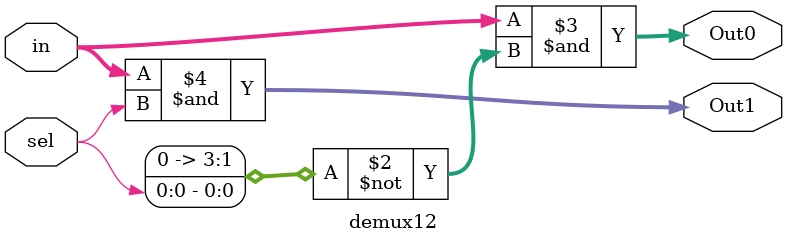
<source format=v>
module demux12 (
input [3:0] in,
input sel,
output [3:0] Out1,Out0);


//Out1 = 4'b0000; Out0 = 4'b0000;
assign Out0 = in & ~sel;
assign Out1 = in & sel;

endmodule
</source>
